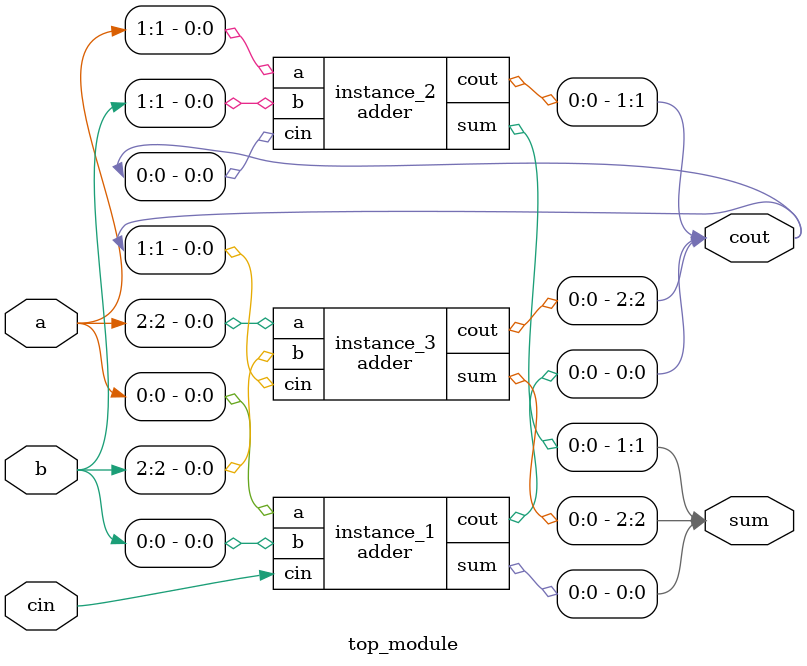
<source format=v>
module adder(
	input a, b, cin,
    output cout, sum
);
    
    wire t = a ^ b;
    
    assign sum = t ^ cin;
    assign cout = (a & b) | (t & cin);
    
endmodule

module top_module( 
    input [2:0] a, b,
    input cin,
    output [2:0] cout,
    output [2:0] sum );
    
    adder instance_1(a[0], b[0], cin, cout[0], sum[0]),
    	  instance_2(a[1], b[1], cout[0], cout[1], sum[1]),
    	  instance_3(a[2], b[2], cout[1], cout[2], sum[2]);

endmodule

</source>
